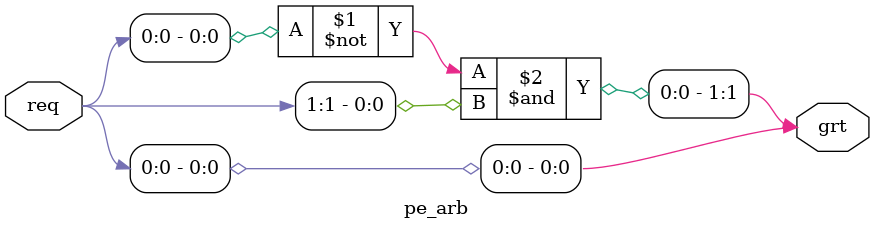
<source format=v>
`include "define.v" 
module pe_arb ( 
        req, 
        grt
);

input  [1:0]  req;      
output [1:0]  grt;      

assign  grt[0]  =                   req[0]; 
assign  grt[1]  = (req[0]   == 0) & req[1];

endmodule

</source>
